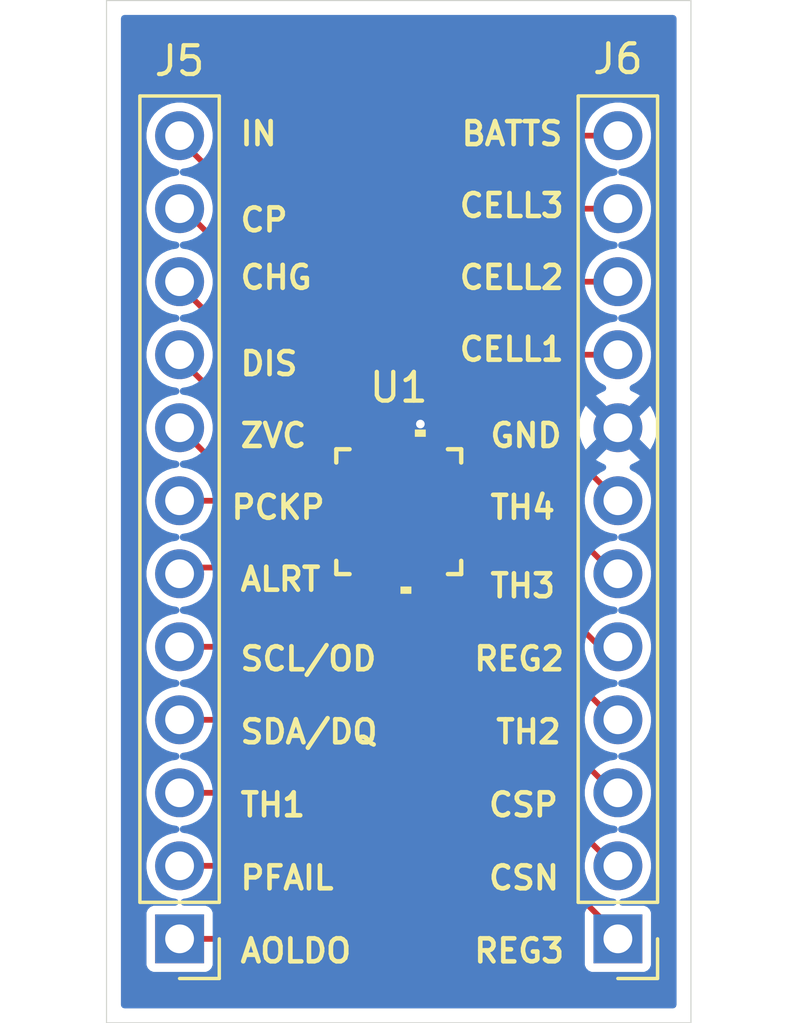
<source format=kicad_pcb>
(kicad_pcb (version 20241229) (generator "pcbnew") (generator_version "9.0")
  (layers (0 "F.Cu" signal "Front") (2 "B.Cu" power "Back") (13 "F.Paste" user) (15 "B.Paste" user) (5 "F.SilkS" user "F.Silkscreen") (7 "B.SilkS" user "B.Silkscreen") (1 "F.Mask" user) (3 "B.Mask" user) (25 "Edge.Cuts" user))
  (net 0 "")
  (net 1 "/CP")
  (net 2 "/DIS")
  (net 3 "/CHG")
  (net 4 "/IN")
  (net 5 "/PCKP")
  (net 6 "/ZVC")
  (net 7 "/SDA{slash}DQ")
  (net 8 "/AOLDO")
  (net 9 "/PFAIL")
  (net 10 "/SCL{slash}OD")
  (net 11 "/TH1")
  (net 12 "/ALRT")
  (net 13 "/TH4")
  (net 14 "/CSN")
  (net 15 "/REG2")
  (net 16 "/TH3")
  (net 17 "/TH2")
  (net 18 "/CSP")
  (net 19 "GND")
  (net 20 "/CELL2")
  (net 21 "/BATTS")
  (net 22 "/REG3")
  (net 23 "/CELL1")
  (net 24 "/CELL3")
  (footprint "Connector_PinHeader_2.54mm:PinHeader_1x12_P2.54mm_Vertical" (layer "F.Cu") (at 144.78 121.54 180)
    (property "Reference" "J5" (at 0 30.54 0) (layer "F.SilkS"))
    (property "Value" "Conn_01x12_Pin")
    (fp_line (start 1.38 1.27) (end 1.38 29.32) (stroke (width 0.12)) (layer "F.SilkS"))
    (fp_line (start -1.38 29.32) (end 1.38 29.32) (stroke (width 0.12)) (layer "F.SilkS"))
    (fp_line (start -1.38 1.27) (end 1.38 1.27) (stroke (width 0.12)) (layer "F.SilkS"))
    (fp_line (start -1.38 1.27) (end -1.38 29.32) (stroke (width 0.12)) (layer "F.SilkS"))
    (fp_line (start -1.38 0) (end -1.38 -1.38) (stroke (width 0.12)) (layer "F.SilkS"))
    (fp_line (start -1.38 -1.38) (end 0 -1.38) (stroke (width 0.12)) (layer "F.SilkS"))
    (pad "1" thru_hole rect (at 0 0 180) (size 1.7 1.7) (drill 1) (layers "*.Cu" "*.Mask") (net 8 "/AOLDO"))
    (pad "2" thru_hole circle (at 0 2.54 180) (size 1.7 1.7) (drill 1) (layers "*.Cu" "*.Mask") (net 9 "/PFAIL"))
    (pad "3" thru_hole circle (at 0 5.08 180) (size 1.7 1.7) (drill 1) (layers "*.Cu" "*.Mask") (net 11 "/TH1"))
    (pad "4" thru_hole circle (at 0 7.62 180) (size 1.7 1.7) (drill 1) (layers "*.Cu" "*.Mask") (net 7 "/SDA{slash}DQ"))
    (pad "5" thru_hole circle (at 0 10.16 180) (size 1.7 1.7) (drill 1) (layers "*.Cu" "*.Mask") (net 10 "/SCL{slash}OD"))
    (pad "6" thru_hole circle (at 0 12.7 180) (size 1.7 1.7) (drill 1) (layers "*.Cu" "*.Mask") (net 12 "/ALRT"))
    (pad "7" thru_hole circle (at 0 15.24 180) (size 1.7 1.7) (drill 1) (layers "*.Cu" "*.Mask") (net 5 "/PCKP"))
    (pad "8" thru_hole circle (at 0 17.78 180) (size 1.7 1.7) (drill 1) (layers "*.Cu" "*.Mask") (net 6 "/ZVC"))
    (pad "9" thru_hole circle (at 0 20.32 180) (size 1.7 1.7) (drill 1) (layers "*.Cu" "*.Mask") (net 2 "/DIS"))
    (pad "10" thru_hole circle (at 0 22.86 180) (size 1.7 1.7) (drill 1) (layers "*.Cu" "*.Mask") (net 3 "/CHG"))
    (pad "11" thru_hole circle (at 0 25.4 180) (size 1.7 1.7) (drill 1) (layers "*.Cu" "*.Mask") (net 1 "/CP"))
    (pad "12" thru_hole circle (at 0 27.94 180) (size 1.7 1.7) (drill 1) (layers "*.Cu" "*.Mask") (net 4 "/IN"))
  )
  (footprint "Connector_PinHeader_2.54mm:PinHeader_1x12_P2.54mm_Vertical" (layer "F.Cu") (at 160.02 121.54 180)
    (property "Reference" "J6" (at 0 30.608 0) (layer "F.SilkS"))
    (property "Value" "Conn_01x12_Pin")
    (fp_line (start 1.38 1.27) (end 1.38 29.32) (stroke (width 0.12)) (layer "F.SilkS"))
    (fp_line (start -1.38 29.32) (end 1.38 29.32) (stroke (width 0.12)) (layer "F.SilkS"))
    (fp_line (start -1.38 1.27) (end 1.38 1.27) (stroke (width 0.12)) (layer "F.SilkS"))
    (fp_line (start -1.38 1.27) (end -1.38 29.32) (stroke (width 0.12)) (layer "F.SilkS"))
    (fp_line (start -1.38 0) (end -1.38 -1.38) (stroke (width 0.12)) (layer "F.SilkS"))
    (fp_line (start -1.38 -1.38) (end 0 -1.38) (stroke (width 0.12)) (layer "F.SilkS"))
    (pad "1" thru_hole rect (at 0 0 180) (size 1.7 1.7) (drill 1) (layers "*.Cu" "*.Mask") (net 22 "/REG3"))
    (pad "2" thru_hole circle (at 0 2.54 180) (size 1.7 1.7) (drill 1) (layers "*.Cu" "*.Mask") (net 14 "/CSN"))
    (pad "3" thru_hole circle (at 0 5.08 180) (size 1.7 1.7) (drill 1) (layers "*.Cu" "*.Mask") (net 18 "/CSP"))
    (pad "4" thru_hole circle (at 0 7.62 180) (size 1.7 1.7) (drill 1) (layers "*.Cu" "*.Mask") (net 17 "/TH2"))
    (pad "5" thru_hole circle (at 0 10.16 180) (size 1.7 1.7) (drill 1) (layers "*.Cu" "*.Mask") (net 15 "/REG2"))
    (pad "6" thru_hole circle (at 0 12.7 180) (size 1.7 1.7) (drill 1) (layers "*.Cu" "*.Mask") (net 16 "/TH3"))
    (pad "7" thru_hole circle (at 0 15.24 180) (size 1.7 1.7) (drill 1) (layers "*.Cu" "*.Mask") (net 13 "/TH4"))
    (pad "8" thru_hole circle (at 0 17.78 180) (size 1.7 1.7) (drill 1) (layers "*.Cu" "*.Mask") (net 19 "GND"))
    (pad "9" thru_hole circle (at 0 20.32 180) (size 1.7 1.7) (drill 1) (layers "*.Cu" "*.Mask") (net 23 "/CELL1"))
    (pad "10" thru_hole circle (at 0 22.86 180) (size 1.7 1.7) (drill 1) (layers "*.Cu" "*.Mask") (net 20 "/CELL2"))
    (pad "11" thru_hole circle (at 0 25.4 180) (size 1.7 1.7) (drill 1) (layers "*.Cu" "*.Mask") (net 24 "/CELL3"))
    (pad "12" thru_hole circle (at 0 27.94 180) (size 1.7 1.7) (drill 1) (layers "*.Cu" "*.Mask") (net 21 "/BATTS"))
  )
  (footprint "MAX17320G20+:21-0139I_T2444-4_MXM" (layer "F.Cu") (at 152.4 106.68)
    (property "Reference" "U1" (at 0 -4.318 0) (layer "F.SilkS"))
    (property "Value" "MAX17320G20+")
    (fp_line (start -2.1717 -2.1717) (end -2.1717 -1.70974) (stroke (width 0.1524)) (layer "F.SilkS"))
    (fp_line (start -2.1717 1.70974) (end -2.1717 2.1717) (stroke (width 0.1524)) (layer "F.SilkS"))
    (fp_line (start -2.1717 2.1717) (end -1.70974 2.1717) (stroke (width 0.1524)) (layer "F.SilkS"))
    (fp_line (start -1.70974 -2.1717) (end -2.1717 -2.1717) (stroke (width 0.1524)) (layer "F.SilkS"))
    (fp_line (start 1.70974 2.1717) (end 2.1717 2.1717) (stroke (width 0.1524)) (layer "F.SilkS"))
    (fp_line (start 2.1717 -2.1717) (end 1.70974 -2.1717) (stroke (width 0.1524)) (layer "F.SilkS"))
    (fp_line (start 2.1717 -1.70974) (end 2.1717 -2.1717) (stroke (width 0.1524)) (layer "F.SilkS"))
    (fp_line (start 2.1717 2.1717) (end 2.1717 1.70974) (stroke (width 0.1524)) (layer "F.SilkS"))
    (fp_poly (pts (xy 0.059499 2.6035) (xy 0.059499 2.8575) (xy 0.4405 2.8575) (xy 0.4405 2.6035)) (fill yes) (layer "F.SilkS"))
    (fp_poly (pts (xy 0.559501 -2.6035) (xy 0.559501 -2.8575) (xy 0.940501 -2.8575) (xy 0.940501 -2.6035)) (fill yes) (layer "F.SilkS"))
    (pad "1" smd rect (at -1.9431 -1.25 90) (size 0.254 0.8128) (layers "F.Cu" "F.Mask" "F.Paste") (net 4 "/IN"))
    (pad "2" smd rect (at -1.9431 -0.750001 90) (size 0.254 0.8128) (layers "F.Cu" "F.Mask" "F.Paste") (net 1 "/CP"))
    (pad "3" smd rect (at -1.9431 -0.25 90) (size 0.254 0.8128) (layers "F.Cu" "F.Mask" "F.Paste") (net 3 "/CHG"))
    (pad "4" smd rect (at -1.9431 0.25 90) (size 0.254 0.8128) (layers "F.Cu" "F.Mask" "F.Paste") (net 2 "/DIS"))
    (pad "5" smd rect (at -1.9431 0.750001 90) (size 0.254 0.8128) (layers "F.Cu" "F.Mask" "F.Paste") (net 6 "/ZVC"))
    (pad "6" smd rect (at -1.9431 1.25 90) (size 0.254 0.8128) (layers "F.Cu" "F.Mask" "F.Paste") (net 5 "/PCKP"))
    (pad "7" smd rect (at -1.25 1.9431) (size 0.254 0.8128) (layers "F.Cu" "F.Mask" "F.Paste") (net 12 "/ALRT"))
    (pad "8" smd rect (at -0.750001 1.9431) (size 0.254 0.8128) (layers "F.Cu" "F.Mask" "F.Paste") (net 10 "/SCL{slash}OD"))
    (pad "9" smd rect (at -0.25 1.9431) (size 0.254 0.8128) (layers "F.Cu" "F.Mask" "F.Paste") (net 7 "/SDA{slash}DQ"))
    (pad "10" smd rect (at 0.25 1.9431) (size 0.254 0.8128) (layers "F.Cu" "F.Mask" "F.Paste") (net 11 "/TH1"))
    (pad "11" smd rect (at 0.750001 1.9431) (size 0.254 0.8128) (layers "F.Cu" "F.Mask" "F.Paste") (net 9 "/PFAIL"))
    (pad "12" smd rect (at 1.25 1.9431) (size 0.254 0.8128) (layers "F.Cu" "F.Mask" "F.Paste") (net 8 "/AOLDO"))
    (pad "13" smd rect (at 1.9431 1.25 90) (size 0.254 0.8128) (layers "F.Cu" "F.Mask" "F.Paste") (net 22 "/REG3"))
    (pad "14" smd rect (at 1.9431 0.750001 90) (size 0.254 0.8128) (layers "F.Cu" "F.Mask" "F.Paste") (net 14 "/CSN"))
    (pad "15" smd rect (at 1.9431 0.25 90) (size 0.254 0.8128) (layers "F.Cu" "F.Mask" "F.Paste") (net 18 "/CSP"))
    (pad "16" smd rect (at 1.9431 -0.25 90) (size 0.254 0.8128) (layers "F.Cu" "F.Mask" "F.Paste") (net 17 "/TH2"))
    (pad "17" smd rect (at 1.9431 -0.750001 90) (size 0.254 0.8128) (layers "F.Cu" "F.Mask" "F.Paste") (net 15 "/REG2"))
    (pad "18" smd rect (at 1.9431 -1.25 90) (size 0.254 0.8128) (layers "F.Cu" "F.Mask" "F.Paste") (net 16 "/TH3"))
    (pad "19" smd rect (at 1.25 -1.9431) (size 0.254 0.8128) (layers "F.Cu" "F.Mask" "F.Paste") (net 13 "/TH4"))
    (pad "20" smd rect (at 0.750001 -1.9431) (size 0.254 0.8128) (layers "F.Cu" "F.Mask" "F.Paste") (net 19 "GND"))
    (pad "21" smd rect (at 0.25 -1.9431) (size 0.254 0.8128) (layers "F.Cu" "F.Mask" "F.Paste") (net 23 "/CELL1"))
    (pad "22" smd rect (at -0.25 -1.9431) (size 0.254 0.8128) (layers "F.Cu" "F.Mask" "F.Paste") (net 20 "/CELL2"))
    (pad "23" smd rect (at -0.750001 -1.9431) (size 0.254 0.8128) (layers "F.Cu" "F.Mask" "F.Paste") (net 24 "/CELL3"))
    (pad "24" smd rect (at -1.25 -1.9431) (size 0.254 0.8128) (layers "F.Cu" "F.Mask" "F.Paste") (net 21 "/BATTS"))
    (pad "25" smd rect (at 0 0) (size 2.6416 2.6416) (layers "F.Cu" "F.Mask" "F.Paste"))
  )
  (gr_line (start 162.56 124.46) (end 142.24 124.46) (stroke (width 0.0381)) (layer "Edge.Cuts"))
  (gr_line (start 142.24 88.9) (end 162.56 88.9) (stroke (width 0.0381)) (layer "Edge.Cuts"))
  (gr_line (start 162.56 88.9) (end 162.56 124.46) (stroke (width 0.0381)) (layer "Edge.Cuts"))
  (gr_line (start 142.24 124.46) (end 142.24 88.9) (stroke (width 0.0381)) (layer "Edge.Cuts"))
  (gr_text "CELL1" (at 154.432 101.5 0) (layer "F.SilkS") (effects (font (size 0.8 0.8) (thickness 0.16) (bold yes)) (justify left bottom)))
  (gr_text "PCKP" (at 146.5 107 0) (layer "F.SilkS") (effects (font (size 0.8 0.8) (thickness 0.16) (bold yes)) (justify left bottom)))
  (gr_text "REG2" (at 154.94 112.268 0) (layer "F.SilkS") (effects (font (size 0.8 0.8) (thickness 0.16) (bold yes)) (justify left bottom)))
  (gr_text "BATTS" (at 154.5 94 0) (layer "F.SilkS") (effects (font (size 0.8 0.8) (thickness 0.16) (bold yes)) (justify left bottom)))
  (gr_text "CSN" (at 155.448 119.888 0) (layer "F.SilkS") (effects (font (size 0.8 0.8) (thickness 0.16) (bold yes)) (justify left bottom)))
  (gr_text "CELL2\n" (at 154.432 99 0) (layer "F.SilkS") (effects (font (size 0.8 0.8) (thickness 0.16) (bold yes)) (justify left bottom)))
  (gr_text "TH4\n" (at 155.5 107 0) (layer "F.SilkS") (effects (font (size 0.8 0.8) (thickness 0.16) (bold yes)) (justify left bottom)))
  (gr_text "AOLDO\n" (at 146.812 122.428 0) (layer "F.SilkS") (effects (font (size 0.8 0.8) (thickness 0.16) (bold yes)) (justify left bottom)))
  (gr_text "TH3\n" (at 155.5 109.728 0) (layer "F.SilkS") (effects (font (size 0.8 0.8) (thickness 0.16) (bold yes)) (justify left bottom)))
  (gr_text "ALRT\n" (at 146.812 109.5 0) (layer "F.SilkS") (effects (font (size 0.8 0.8) (thickness 0.16) (bold yes)) (justify left bottom)))
  (gr_text "TH2\n" (at 155.702 114.808 0) (layer "F.SilkS") (effects (font (size 0.8 0.8) (thickness 0.16) (bold yes)) (justify left bottom)))
  (gr_text "CHG" (at 146.812 99 0) (layer "F.SilkS") (effects (font (size 0.8 0.8) (thickness 0.16) (bold yes)) (justify left bottom)))
  (gr_text "CP\n" (at 146.812 97 0) (layer "F.SilkS") (effects (font (size 0.8 0.8) (thickness 0.16) (bold yes)) (justify left bottom)))
  (gr_text "GND" (at 155.5 104.5 0) (layer "F.SilkS") (effects (font (size 0.8 0.8) (thickness 0.16) (bold yes)) (justify left bottom)))
  (gr_text "CELL3\n" (at 154.432 96.5 0) (layer "F.SilkS") (effects (font (size 0.8 0.8) (thickness 0.16) (bold yes)) (justify left bottom)))
  (gr_text "IN" (at 146.812 94 0) (layer "F.SilkS") (effects (font (size 0.8 0.8) (thickness 0.16) (bold yes)) (justify left bottom)))
  (gr_text "ZVC\n" (at 146.812 104.5 0) (layer "F.SilkS") (effects (font (size 0.8 0.8) (thickness 0.16) (bold yes)) (justify left bottom)))
  (gr_text "TH1\n" (at 146.812 117.348 0) (layer "F.SilkS") (effects (font (size 0.8 0.8) (thickness 0.16) (bold yes)) (justify left bottom)))
  (gr_text "CSP" (at 155.448 117.348 0) (layer "F.SilkS") (effects (font (size 0.8 0.8) (thickness 0.16) (bold yes)) (justify left bottom)))
  (gr_text "DIS" (at 146.812 102 0) (layer "F.SilkS") (effects (font (size 0.8 0.8) (thickness 0.16) (bold yes)) (justify left bottom)))
  (gr_text "SCL/OD" (at 146.812 112.268 0) (layer "F.SilkS") (effects (font (size 0.8 0.8) (thickness 0.16) (bold yes)) (justify left bottom)))
  (gr_text "PFAIL" (at 146.812 119.888 0) (layer "F.SilkS") (effects (font (size 0.8 0.8) (thickness 0.16) (bold yes)) (justify left bottom)))
  (gr_text "REG3" (at 154.94 122.428 0) (layer "F.SilkS") (effects (font (size 0.8 0.8) (thickness 0.16) (bold yes)) (justify left bottom)))
  (gr_text "SDA/DQ\n" (at 146.812 114.808 0) (layer "F.SilkS") (effects (font (size 0.8 0.8) (thickness 0.16) (bold yes)) (justify left bottom)))
  (segment (start 144.78 96.14) (end 144.908 96.14) (width 0.2) (layer "F.Cu") (net 1))
  (segment (start 149.363999 105.929999) (end 150.4569 105.929999) (width 0.2) (layer "F.Cu") (net 1))
  (segment (start 144.908 96.14) (end 148.59 99.822) (width 0.2) (layer "F.Cu") (net 1))
  (segment (start 148.59 105.156) (end 149.363999 105.929999) (width 0.2) (layer "F.Cu") (net 1))
  (segment (start 148.59 99.822) (end 148.59 105.156) (width 0.2) (layer "F.Cu") (net 1))
  (segment (start 144.78 101.346) (end 144.78 101.22) (width 0.2) (layer "F.Cu") (net 2))
  (segment (start 150.4569 106.93) (end 149.102 106.93) (width 0.2) (layer "F.Cu") (net 2))
  (segment (start 147.066 104.902) (end 147.066 103.632) (width 0.2) (layer "F.Cu") (net 2))
  (segment (start 147.066 103.632) (end 144.78 101.346) (width 0.2) (layer "F.Cu") (net 2))
  (segment (start 149.102 106.93) (end 149.098 106.934) (width 0.2) (layer "F.Cu") (net 2))
  (segment (start 149.098 106.934) (end 147.066 104.902) (width 0.2) (layer "F.Cu") (net 2))
  (segment (start 144.78 98.806) (end 147.828 101.854) (width 0.2) (layer "F.Cu") (net 3))
  (segment (start 149.356 106.43) (end 150.4569 106.43) (width 0.2) (layer "F.Cu") (net 3))
  (segment (start 147.828 101.854) (end 147.828 104.902) (width 0.2) (layer "F.Cu") (net 3))
  (segment (start 147.828 104.902) (end 149.356 106.43) (width 0.2) (layer "F.Cu") (net 3))
  (segment (start 144.78 98.68) (end 144.78 98.806) (width 0.2) (layer "F.Cu") (net 3))
  (segment (start 149.098 104.902) (end 149.626 105.43) (width 0.2) (layer "F.Cu") (net 4))
  (segment (start 144.78 93.726) (end 149.098 98.044) (width 0.2) (layer "F.Cu") (net 4))
  (segment (start 149.626 105.43) (end 150.4569 105.43) (width 0.2) (layer "F.Cu") (net 4))
  (segment (start 144.78 93.6) (end 144.78 93.726) (width 0.2) (layer "F.Cu") (net 4))
  (segment (start 149.098 98.044) (end 149.098 104.902) (width 0.2) (layer "F.Cu") (net 4))
  (segment (start 146.432 106.3) (end 144.78 106.3) (width 0.2) (layer "F.Cu") (net 5))
  (segment (start 148.062 107.93) (end 146.432 106.3) (width 0.2) (layer "F.Cu") (net 5))
  (segment (start 150.4569 107.93) (end 148.062 107.93) (width 0.2) (layer "F.Cu") (net 5))
  (segment (start 148.450001 107.430001) (end 144.78 103.76) (width 0.2) (layer "F.Cu") (net 6))
  (segment (start 150.4569 107.430001) (end 148.450001 107.430001) (width 0.2) (layer "F.Cu") (net 6))
  (segment (start 152.15 108.6231) (end 152.15 111.502) (width 0.2) (layer "F.Cu") (net 7))
  (segment (start 149.732 113.92) (end 144.78 113.92) (width 0.2) (layer "F.Cu") (net 7))
  (segment (start 152.15 111.502) (end 149.732 113.92) (width 0.2) (layer "F.Cu") (net 7))
  (segment (start 150.24 121.54) (end 144.78 121.54) (width 0.2) (layer "F.Cu") (net 8))
  (segment (start 153.65 108.6231) (end 153.67 108.6431) (width 0.2) (layer "F.Cu") (net 8))
  (segment (start 153.67 118.11) (end 150.24 121.54) (width 0.2) (layer "F.Cu") (net 8))
  (segment (start 153.67 108.6431) (end 153.67 118.11) (width 0.2) (layer "F.Cu") (net 8))
  (segment (start 144.78 119) (end 150.748 119) (width 0.2) (layer "F.Cu") (net 9))
  (segment (start 150.748 119) (end 153.150001 116.597999) (width 0.2) (layer "F.Cu") (net 9))
  (segment (start 153.150001 116.597999) (end 153.150001 108.6231) (width 0.2) (layer "F.Cu") (net 9))
  (segment (start 151.649999 110.478001) (end 150.748 111.38) (width 0.2) (layer "F.Cu") (net 10))
  (segment (start 151.649999 108.6231) (end 151.649999 110.478001) (width 0.2) (layer "F.Cu") (net 10))
  (segment (start 150.748 111.38) (end 144.78 111.38) (width 0.2) (layer "F.Cu") (net 10))
  (segment (start 150.494 116.46) (end 144.78 116.46) (width 0.2) (layer "F.Cu") (net 11))
  (segment (start 152.65 114.304) (end 150.494 116.46) (width 0.2) (layer "F.Cu") (net 11))
  (segment (start 144.78 116.46) (end 144.78 116.84) (width 0.15) (layer "F.Cu") (net 11))
  (segment (start 152.65 108.6231) (end 152.65 114.304) (width 0.2) (layer "F.Cu") (net 11))
  (segment (start 151.15 108.6231) (end 144.9969 108.6231) (width 0.2) (layer "F.Cu") (net 12))
  (segment (start 144.9969 108.6231) (end 144.78 108.84) (width 0.2) (layer "F.Cu") (net 12))
  (segment (start 153.65 104.7369) (end 153.65 104.16) (width 0.2) (layer "F.Cu") (net 13))
  (segment (start 154.178 103.632) (end 157.352 103.632) (width 0.2) (layer "F.Cu") (net 13))
  (segment (start 157.352 103.632) (end 160.02 106.3) (width 0.2) (layer "F.Cu") (net 13))
  (segment (start 153.65 104.16) (end 154.178 103.632) (width 0.2) (layer "F.Cu") (net 13))
  (segment (start 155.956 108.204) (end 155.956 115.062) (width 0.2) (layer "F.Cu") (net 14))
  (segment (start 154.3431 107.430001) (end 155.182001 107.430001) (width 0.2) (layer "F.Cu") (net 14))
  (segment (start 155.182001 107.430001) (end 155.956 108.204) (width 0.2) (layer "F.Cu") (net 14))
  (segment (start 159.894 119) (end 160.02 119) (width 0.2) (layer "F.Cu") (net 14))
  (segment (start 155.956 115.062) (end 159.894 119) (width 0.2) (layer "F.Cu") (net 14))
  (segment (start 159.386 111.38) (end 160.02 111.38) (width 0.2) (layer "F.Cu") (net 15))
  (segment (start 155.967999 105.929999) (end 156.14 106.102) (width 0.2) (layer "F.Cu") (net 15))
  (segment (start 157.988 107.95) (end 157.988 109.982) (width 0.2) (layer "F.Cu") (net 15))
  (segment (start 154.3431 105.929999) (end 155.967999 105.929999) (width 0.2) (layer "F.Cu") (net 15))
  (segment (start 156.14 106.102) (end 157.988 107.95) (width 0.2) (layer "F.Cu") (net 15))
  (segment (start 157.988 109.982) (end 159.386 111.38) (width 0.2) (layer "F.Cu") (net 15))
  (segment (start 154.3431 105.43) (end 156.484 105.43) (width 0.2) (layer "F.Cu") (net 16))
  (segment (start 156.484 105.43) (end 159.894 108.84) (width 0.2) (layer "F.Cu") (net 16))
  (segment (start 159.894 108.84) (end 160.02 108.84) (width 0.2) (layer "F.Cu") (net 16))
  (segment (start 157.226 111.252) (end 159.894 113.92) (width 0.2) (layer "F.Cu") (net 17))
  (segment (start 159.894 113.92) (end 160.02 113.92) (width 0.2) (layer "F.Cu") (net 17))
  (segment (start 155.452 106.43) (end 157.226 108.204) (width 0.2) (layer "F.Cu") (net 17))
  (segment (start 157.226 108.204) (end 157.226 111.252) (width 0.2) (layer "F.Cu") (net 17))
  (segment (start 154.3431 106.43) (end 155.452 106.43) (width 0.2) (layer "F.Cu") (net 17))
  (segment (start 159.894 116.46) (end 160.02 116.46) (width 0.2) (layer "F.Cu") (net 18))
  (segment (start 156.4912 113.0572) (end 159.894 116.46) (width 0.2) (layer "F.Cu") (net 18))
  (segment (start 154.3431 106.93) (end 155.444 106.93) (width 0.2) (layer "F.Cu") (net 18))
  (segment (start 156.4912 107.9772) (end 156.4912 113.0572) (width 0.2) (layer "F.Cu") (net 18))
  (segment (start 155.444 106.93) (end 156.4912 107.9772) (width 0.2) (layer "F.Cu") (net 18))
  (segment (start 153.150001 103.633999) (end 153.152 103.632) (width 0.2) (layer "F.Cu") (net 19))
  (segment (start 153.150001 104.7369) (end 153.150001 103.633999) (width 0.2) (layer "F.Cu") (net 19))
  (via (at 153.152 103.632) (size 0.6) (drill 0.3) (layers "F.Cu" "B.Cu") (net 19))
  (segment (start 152.15 102.104) (end 155.574 98.68) (width 0.2) (layer "F.Cu") (net 20))
  (segment (start 155.574 98.68) (end 160.02 98.68) (width 0.2) (layer "F.Cu") (net 20))
  (segment (start 152.15 104.7369) (end 152.15 102.104) (width 0.2) (layer "F.Cu") (net 20))
  (segment (start 157.86 93.6) (end 160.02 93.6) (width 0.2) (layer "F.Cu") (net 21))
  (segment (start 151.15 104.7369) (end 151.15 100.31) (width 0.2) (layer "F.Cu") (net 21))
  (segment (start 151.15 100.31) (end 157.86 93.6) (width 0.2) (layer "F.Cu") (net 21))
  (segment (start 154.3431 107.93) (end 154.3431 115.7351) (width 0.2) (layer "F.Cu") (net 22))
  (segment (start 160.02 121.412) (end 160.02 121.54) (width 0.2) (layer "F.Cu") (net 22))
  (segment (start 154.3431 115.7351) (end 160.02 121.412) (width 0.2) (layer "F.Cu") (net 22))
  (segment (start 152.624 103.154) (end 154.558 101.22) (width 0.2) (layer "F.Cu") (net 23))
  (segment (start 154.558 101.22) (end 160.02 101.22) (width 0.2) (layer "F.Cu") (net 23))
  (segment (start 152.624 104.7109) (end 152.624 103.154) (width 0.2) (layer "F.Cu") (net 23))
  (segment (start 152.65 104.7369) (end 152.624 104.7109) (width 0.2) (layer "F.Cu") (net 23))
  (segment (start 156.844 96.14) (end 160.02 96.14) (width 0.2) (layer "F.Cu") (net 24))
  (segment (start 151.649999 101.334001) (end 156.844 96.14) (width 0.2) (layer "F.Cu") (net 24))
  (segment (start 151.649999 104.7369) (end 151.649999 101.334001) (width 0.2) (layer "F.Cu") (net 24))
  (zone (net 19) (net_name "GND") (layer "B.Cu") (connect_pads (clearance 0.3)) (min_thickness 0.25) (fill yes (thermal_gap 0.5) (thermal_bridge_width 0.5))
    (polygon (pts (xy 162.56 88.9) (xy 142.24 88.9) (xy 142.24 124.46) (xy 162.56 124.46)))
  )
)
</source>
